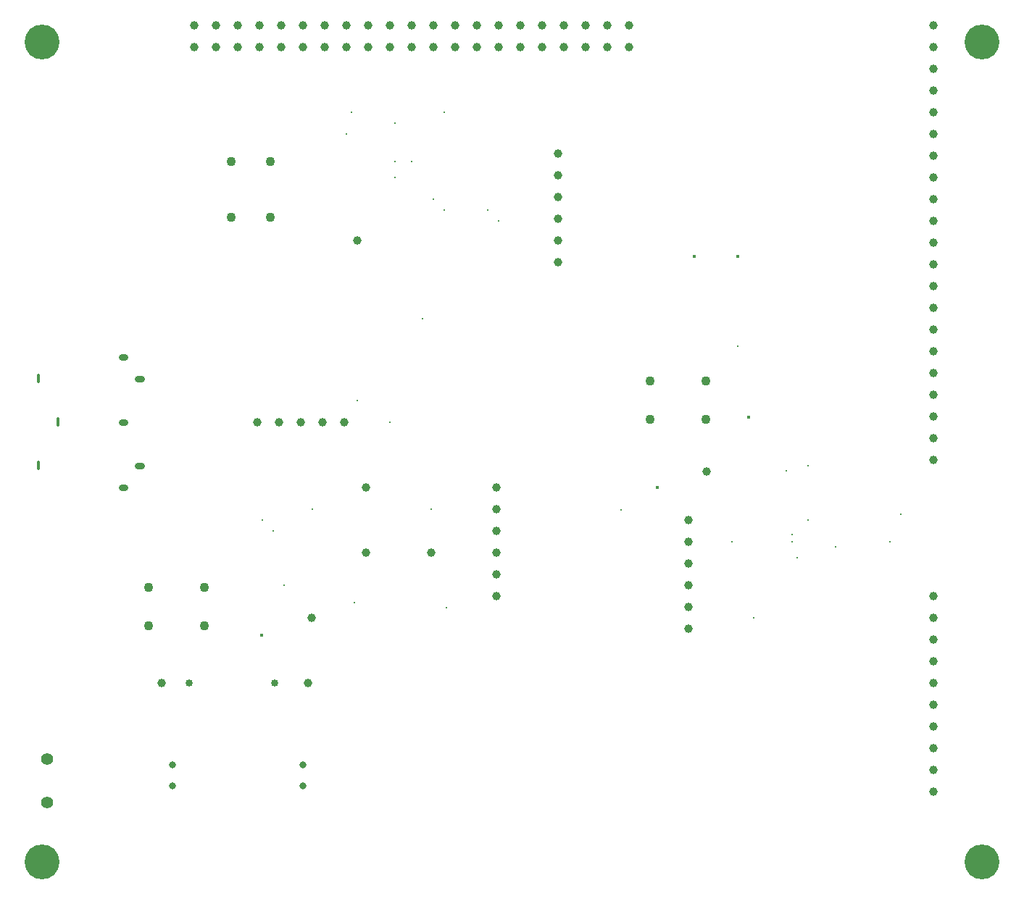
<source format=gbr>
%TF.GenerationSoftware,KiCad,Pcbnew,9.0.0*%
%TF.CreationDate,2025-04-03T15:03:45-06:00*%
%TF.ProjectId,Midi Bass Sch,4d696469-2042-4617-9373-205363682e6b,rev?*%
%TF.SameCoordinates,Original*%
%TF.FileFunction,Plated,1,2,PTH,Mixed*%
%TF.FilePolarity,Positive*%
%FSLAX46Y46*%
G04 Gerber Fmt 4.6, Leading zero omitted, Abs format (unit mm)*
G04 Created by KiCad (PCBNEW 9.0.0) date 2025-04-03 15:03:45*
%MOMM*%
%LPD*%
G01*
G04 APERTURE LIST*
%TA.AperFunction,ViaDrill*%
%ADD10C,0.300000*%
%TD*%
G04 aperture for slot hole*
%TA.AperFunction,ComponentDrill*%
%ADD11C,0.304800*%
%TD*%
%TA.AperFunction,ComponentDrill*%
%ADD12C,0.381000*%
%TD*%
G04 aperture for slot hole*
%TA.AperFunction,ComponentDrill*%
%ADD13C,0.762000*%
%TD*%
%TA.AperFunction,ComponentDrill*%
%ADD14C,0.800000*%
%TD*%
%TA.AperFunction,ComponentDrill*%
%ADD15C,0.850000*%
%TD*%
%TA.AperFunction,ComponentDrill*%
%ADD16C,1.000000*%
%TD*%
%TA.AperFunction,ComponentDrill*%
%ADD17C,1.100000*%
%TD*%
%TA.AperFunction,ComponentDrill*%
%ADD18C,1.422400*%
%TD*%
%TA.AperFunction,ComponentDrill*%
%ADD19C,4.064000*%
%TD*%
G04 APERTURE END LIST*
D10*
X115325000Y-187325000D03*
X116595000Y-188595000D03*
X117865000Y-194945000D03*
X121130000Y-186055000D03*
X125095000Y-142240000D03*
X125730000Y-139700000D03*
X126044750Y-197020250D03*
X126365000Y-173355000D03*
X130175000Y-175895000D03*
X130810000Y-140970000D03*
X130810000Y-145415000D03*
X130810000Y-147320000D03*
X132715000Y-145415000D03*
X133985000Y-163830000D03*
X135025000Y-186055000D03*
X135255000Y-149860000D03*
X136525000Y-139700000D03*
X136525000Y-151130000D03*
X136803000Y-197618500D03*
X141605000Y-151130000D03*
X142875000Y-152400000D03*
X157226000Y-186182000D03*
X170180000Y-189865000D03*
X170815000Y-167005000D03*
X172720000Y-198755000D03*
X176530000Y-181610000D03*
X177165000Y-189065000D03*
X177165000Y-189865000D03*
X177800000Y-191770000D03*
X179070000Y-180975000D03*
X179070000Y-187325000D03*
X182245000Y-190500000D03*
X188595000Y-189865000D03*
X189865000Y-186690000D03*
D11*
%TO.C,J1*%
X89154000Y-171196000D02*
X89154000Y-170434000D01*
X89154000Y-181356000D02*
X89154000Y-180594000D01*
X91440000Y-176276000D02*
X91440000Y-175514000D01*
D12*
%TO.C,C1*%
X115198000Y-200830000D03*
%TO.C,C3*%
X161460000Y-183515000D03*
%TO.C,R17*%
X165735000Y-156505000D03*
%TO.C,R18*%
X170815000Y-156505000D03*
%TO.C,R19*%
X172085000Y-175355000D03*
D13*
%TO.C,J1*%
X99250500Y-168275000D02*
X98869500Y-168275000D01*
X99250500Y-175895000D02*
X98869500Y-175895000D01*
X99250500Y-183515000D02*
X98869500Y-183515000D01*
X101155500Y-170815000D02*
X100774500Y-170815000D01*
X101155500Y-180975000D02*
X100774500Y-180975000D01*
D14*
%TO.C,C4*%
X104775000Y-215940000D03*
X104775000Y-218440000D03*
%TO.C,C6*%
X120015000Y-215940000D03*
X120015000Y-218440000D03*
D15*
%TO.C,L1*%
X106760000Y-206375000D03*
X116760000Y-206375000D03*
D16*
%TO.C,TP7*%
X103505000Y-206375000D03*
%TO.C,J4*%
X107315000Y-129540000D03*
X107315000Y-132080000D03*
X109855000Y-129540000D03*
X109855000Y-132080000D03*
X112395000Y-129540000D03*
X112395000Y-132080000D03*
%TO.C,SW1*%
X114685000Y-175895000D03*
%TO.C,J4*%
X114935000Y-129540000D03*
X114935000Y-132080000D03*
%TO.C,SW1*%
X117225000Y-175895000D03*
%TO.C,J4*%
X117475000Y-129540000D03*
X117475000Y-132080000D03*
%TO.C,SW1*%
X119765000Y-175895000D03*
%TO.C,J4*%
X120015000Y-129540000D03*
X120015000Y-132080000D03*
%TO.C,TP8*%
X120650000Y-206375000D03*
%TO.C,TP2*%
X121040000Y-198755000D03*
%TO.C,SW1*%
X122305000Y-175895000D03*
%TO.C,J4*%
X122555000Y-129540000D03*
X122555000Y-132080000D03*
%TO.C,SW1*%
X124845000Y-175895000D03*
%TO.C,J4*%
X125095000Y-129540000D03*
X125095000Y-132080000D03*
%TO.C,TP5*%
X126365000Y-154695000D03*
%TO.C,TP4*%
X127390000Y-183515000D03*
%TO.C,TP3*%
X127390000Y-191135000D03*
%TO.C,J4*%
X127635000Y-129540000D03*
X127635000Y-132080000D03*
X130175000Y-129540000D03*
X130175000Y-132080000D03*
X132715000Y-129540000D03*
X132715000Y-132080000D03*
%TO.C,TP1*%
X135010000Y-191135000D03*
%TO.C,J4*%
X135255000Y-129540000D03*
X135255000Y-132080000D03*
X137795000Y-129540000D03*
X137795000Y-132080000D03*
X140335000Y-129540000D03*
X140335000Y-132080000D03*
%TO.C,J2*%
X142630000Y-183515000D03*
X142630000Y-186055000D03*
X142630000Y-188595000D03*
X142630000Y-191135000D03*
X142630000Y-193675000D03*
X142630000Y-196215000D03*
%TO.C,J4*%
X142875000Y-129540000D03*
X142875000Y-132080000D03*
X145415000Y-129540000D03*
X145415000Y-132080000D03*
X147955000Y-129540000D03*
X147955000Y-132080000D03*
%TO.C,J3*%
X149860000Y-144535000D03*
X149860000Y-147075000D03*
X149860000Y-149615000D03*
X149860000Y-152155000D03*
X149860000Y-154695000D03*
X149860000Y-157235000D03*
%TO.C,J4*%
X150495000Y-129540000D03*
X150495000Y-132080000D03*
X153035000Y-129540000D03*
X153035000Y-132080000D03*
X155575000Y-129540000D03*
X155575000Y-132080000D03*
X158115000Y-129540000D03*
X158115000Y-132080000D03*
%TO.C,J6*%
X165100000Y-187325000D03*
X165100000Y-189865000D03*
X165100000Y-192405000D03*
X165100000Y-194945000D03*
X165100000Y-197485000D03*
X165100000Y-200025000D03*
%TO.C,TP6*%
X167202500Y-181695000D03*
%TO.C,J8*%
X193675000Y-129540000D03*
X193675000Y-132080000D03*
X193675000Y-134620000D03*
X193675000Y-137160000D03*
X193675000Y-139700000D03*
X193675000Y-142240000D03*
X193675000Y-144780000D03*
X193675000Y-147320000D03*
X193675000Y-149860000D03*
X193675000Y-152400000D03*
X193675000Y-154940000D03*
X193675000Y-157480000D03*
X193675000Y-160020000D03*
X193675000Y-162560000D03*
X193675000Y-165100000D03*
X193675000Y-167640000D03*
X193675000Y-170180000D03*
X193675000Y-172720000D03*
X193675000Y-175260000D03*
X193675000Y-177800000D03*
X193675000Y-180340000D03*
%TO.C,J7*%
X193675000Y-196215000D03*
X193675000Y-198755000D03*
X193675000Y-201295000D03*
X193675000Y-203835000D03*
X193675000Y-206375000D03*
X193675000Y-208915000D03*
X193675000Y-211455000D03*
X193675000Y-213995000D03*
X193675000Y-216535000D03*
X193675000Y-219075000D03*
D17*
%TO.C,SW2*%
X101990000Y-195235000D03*
X101990000Y-199735000D03*
X108490000Y-195235000D03*
X108490000Y-199735000D03*
%TO.C,SW3*%
X111705000Y-145415000D03*
X111705000Y-151915000D03*
X116205000Y-145415000D03*
X116205000Y-151915000D03*
%TO.C,SW4*%
X160580000Y-171105000D03*
X160580000Y-175605000D03*
X167080000Y-171105000D03*
X167080000Y-175605000D03*
D18*
%TO.C,J9*%
X90170000Y-215265000D03*
X90170000Y-220345000D03*
D19*
%TO.C,REF\u002A\u002A*%
X89535000Y-131445000D03*
X89535000Y-227330000D03*
X199390000Y-131445000D03*
X199390000Y-227330000D03*
M02*

</source>
